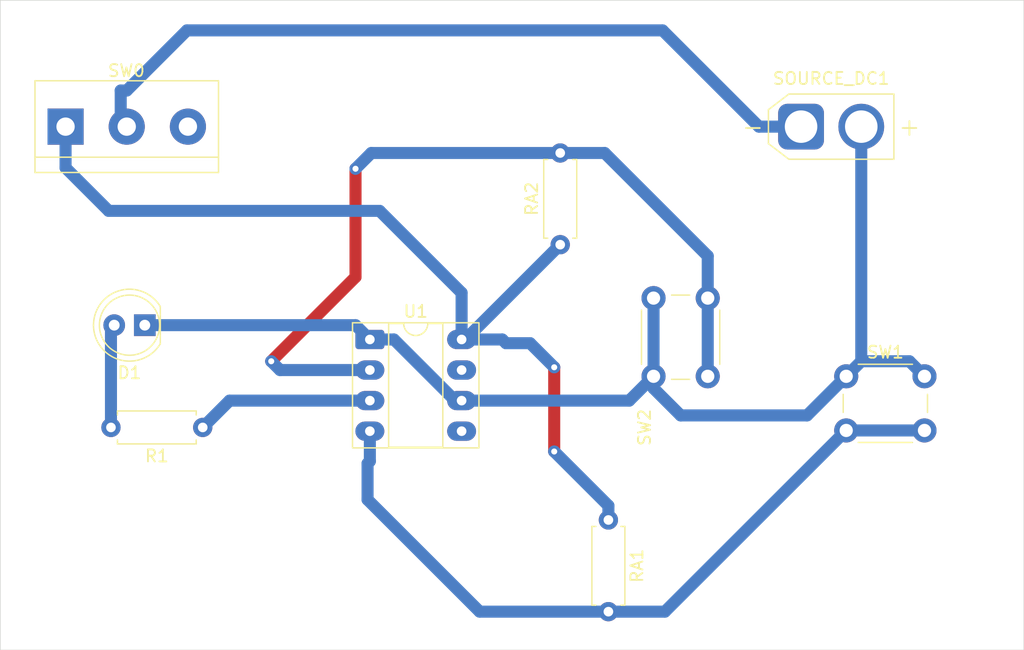
<source format=kicad_pcb>
(kicad_pcb (version 20241229) (generator "pcbnew") (generator_version "9.0")
  (layers (0 "F.Cu" signal) (2 "B.Cu" signal) (13 "F.Paste" user) (15 "B.Paste" user) (5 "F.SilkS" user "F.Silkscreen") (7 "B.SilkS" user "B.Silkscreen") (1 "F.Mask" user) (3 "B.Mask" user) (25 "Edge.Cuts" user))
  (net 0 "")
  (net 1 "Net-(D1-A)")
  (net 2 "THR")
  (net 3 "Net-(U1-Q)")
  (net 4 "Net-(SW0-C)")
  (net 5 "Net-(U1-R)")
  (net 6 "TRG")
  (net 7 "Net-(SW0-B)")
  (footprint "TerminalBlock:TerminalBlock_bornier-3_P5.08mm" (layer "F.Cu") (at 101.92 42)
    (property "Reference" "SW0" (at 5.05 -4.65 0) (layer "F.SilkS"))
    (property "Value" "SW_SWITCH")
    (fp_line (start -2.54 -3.81) (end 12.7 -3.81) (stroke (width 0.12)) (layer "F.SilkS"))
    (fp_line (start -2.54 2.54) (end 12.7 2.54) (stroke (width 0.12)) (layer "F.SilkS"))
    (fp_line (start -2.54 3.81) (end -2.54 -3.81) (stroke (width 0.12)) (layer "F.SilkS"))
    (fp_line (start -2.54 3.81) (end 12.7 3.81) (stroke (width 0.12)) (layer "F.SilkS"))
    (fp_line (start 12.7 3.81) (end 12.7 -3.81) (stroke (width 0.12)) (layer "F.SilkS"))
    (pad "1" thru_hole rect (at 0 0) (size 3 3) (drill 1.52) (layers "*.Cu" "*.Mask") (net 4 "Net-(SW0-C)"))
    (pad "2" thru_hole circle (at 5.08 0) (size 3 3) (drill 1.52) (layers "*.Cu" "*.Mask") (net 7 "Net-(SW0-B)"))
    (pad "3" thru_hole circle (at 10.16 0) (size 3 3) (drill 1.52) (layers "*.Cu" "*.Mask"))
  )
  (footprint "Button_Switch_THT:SW_PUSH_6mm_H5mm" (layer "F.Cu") (at 150.75 62.75 90)
    (property "Reference" "SW2" (at -4.25 -0.75 90) (layer "F.SilkS"))
    (property "Value" "SW_Push")
    (fp_line (start 5.5 -1) (end 1 -1) (stroke (width 0.12)) (layer "F.SilkS"))
    (fp_line (start -0.25 1.5) (end -0.25 3) (stroke (width 0.12)) (layer "F.SilkS"))
    (fp_line (start 6.75 3) (end 6.75 1.5) (stroke (width 0.12)) (layer "F.SilkS"))
    (fp_line (start 1 5.5) (end 5.5 5.5) (stroke (width 0.12)) (layer "F.SilkS"))
    (pad "1" thru_hole circle (at 0 0 180) (size 2 2) (drill 1.1) (layers "*.Cu" "*.Mask") (net 2 "THR"))
    (pad "1" thru_hole circle (at 6.5 0 180) (size 2 2) (drill 1.1) (layers "*.Cu" "*.Mask") (net 2 "THR"))
    (pad "2" thru_hole circle (at 0 4.5 180) (size 2 2) (drill 1.1) (layers "*.Cu" "*.Mask") (net 6 "TRG"))
    (pad "2" thru_hole circle (at 6.5 4.5 180) (size 2 2) (drill 1.1) (layers "*.Cu" "*.Mask") (net 6 "TRG"))
  )
  (footprint "Package_DIP:DIP-8_W7.62mm_Socket_LongPads" (layer "F.Cu") (at 127.19 59.69)
    (property "Reference" "U1" (at 3.81 -2.33 0) (layer "F.SilkS"))
    (property "Value" "LM555xM")
    (fp_line (start 1.56 -1.33) (end 1.56 8.95) (stroke (width 0.12)) (layer "F.SilkS"))
    (fp_line (start 1.56 8.95) (end 6.06 8.95) (stroke (width 0.12)) (layer "F.SilkS"))
    (fp_line (start 2.81 -1.33) (end 1.56 -1.33) (stroke (width 0.12)) (layer "F.SilkS"))
    (fp_line (start 6.06 -1.33) (end 4.81 -1.33) (stroke (width 0.12)) (layer "F.SilkS"))
    (fp_line (start 6.06 8.95) (end 6.06 -1.33) (stroke (width 0.12)) (layer "F.SilkS"))
    (fp_rect (start -1.44 -1.39) (end 9.06 9.01) (stroke (width 0.12)) (fill no) (layer "F.SilkS"))
    (fp_arc (start 4.81 -1.33) (mid 3.81 -0.33) (end 2.81 -1.33) (stroke (width 0.12)) (layer "F.SilkS"))
    (pad "1" thru_hole roundrect (at 0 0) (size 2.4 1.6) (drill 0.8) (layers "*.Cu" "*.Mask") (roundrect_rratio 0.15625) (net 2 "THR"))
    (pad "2" thru_hole oval (at 0 2.54) (size 2.4 1.6) (drill 0.8) (layers "*.Cu" "*.Mask") (net 6 "TRG"))
    (pad "3" thru_hole oval (at 0 5.08) (size 2.4 1.6) (drill 0.8) (layers "*.Cu" "*.Mask") (net 3 "Net-(U1-Q)"))
    (pad "4" thru_hole oval (at 0 7.62) (size 2.4 1.6) (drill 0.8) (layers "*.Cu" "*.Mask") (net 5 "Net-(U1-R)"))
    (pad "5" thru_hole oval (at 7.62 7.62) (size 2.4 1.6) (drill 0.8) (layers "*.Cu" "*.Mask"))
    (pad "6" thru_hole oval (at 7.62 5.08) (size 2.4 1.6) (drill 0.8) (layers "*.Cu" "*.Mask") (net 2 "THR"))
    (pad "7" thru_hole oval (at 7.62 2.54) (size 2.4 1.6) (drill 0.8) (layers "*.Cu" "*.Mask"))
    (pad "8" thru_hole oval (at 7.62 0) (size 2.4 1.6) (drill 0.8) (layers "*.Cu" "*.Mask") (net 4 "Net-(SW0-C)"))
  )
  (footprint "Button_Switch_THT:SW_PUSH_6mm_H5mm" (layer "F.Cu") (at 166.75 62.75)
    (property "Reference" "SW1" (at 3.25 -2 0) (layer "F.SilkS"))
    (property "Value" "SW_Push")
    (fp_line (start -0.25 1.5) (end -0.25 3) (stroke (width 0.12)) (layer "F.SilkS"))
    (fp_line (start 1 5.5) (end 5.5 5.5) (stroke (width 0.12)) (layer "F.SilkS"))
    (fp_line (start 5.5 -1) (end 1 -1) (stroke (width 0.12)) (layer "F.SilkS"))
    (fp_line (start 6.75 3) (end 6.75 1.5) (stroke (width 0.12)) (layer "F.SilkS"))
    (pad "1" thru_hole circle (at 0 0 90) (size 2 2) (drill 1.1) (layers "*.Cu" "*.Mask") (net 2 "THR"))
    (pad "1" thru_hole circle (at 6.5 0 90) (size 2 2) (drill 1.1) (layers "*.Cu" "*.Mask") (net 2 "THR"))
    (pad "2" thru_hole circle (at 0 4.5 90) (size 2 2) (drill 1.1) (layers "*.Cu" "*.Mask") (net 5 "Net-(U1-R)"))
    (pad "2" thru_hole circle (at 6.5 4.5 90) (size 2 2) (drill 1.1) (layers "*.Cu" "*.Mask") (net 5 "Net-(U1-R)"))
  )
  (footprint "Resistor_THT:R_Axial_DIN0207_L6.3mm_D2.5mm_P7.62mm_Horizontal" (layer "F.Cu") (at 143 51.81 90)
    (property "Reference" "RA2" (at 3.81 -2.37 90) (layer "F.SilkS"))
    (property "Value" "10k")
    (fp_line (start 7.08 -1.37) (end 7.08 -1.04) (stroke (width 0.12)) (layer "F.SilkS"))
    (fp_line (start 0.54 -1.37) (end 7.08 -1.37) (stroke (width 0.12)) (layer "F.SilkS"))
    (fp_line (start 0.54 -1.04) (end 0.54 -1.37) (stroke (width 0.12)) (layer "F.SilkS"))
    (fp_line (start 0.54 1.04) (end 0.54 1.37) (stroke (width 0.12)) (layer "F.SilkS"))
    (fp_line (start 7.08 1.37) (end 7.08 1.04) (stroke (width 0.12)) (layer "F.SilkS"))
    (fp_line (start 0.54 1.37) (end 7.08 1.37) (stroke (width 0.12)) (layer "F.SilkS"))
    (pad "1" thru_hole circle (at 0 0 90) (size 1.6 1.6) (drill 0.8) (layers "*.Cu" "*.Mask") (net 4 "Net-(SW0-C)"))
    (pad "2" thru_hole circle (at 7.62 0 90) (size 1.6 1.6) (drill 0.8) (layers "*.Cu" "*.Mask") (net 6 "TRG"))
  )
  (footprint "Connector_AMASS:AMASS_XT30U-M_1x02_P5.0mm_Vertical" (layer "F.Cu") (at 163 42)
    (property "Reference" "SOURCE_DC1" (at 2.5 -4 0) (layer "F.SilkS"))
    (property "Value" "5")
    (fp_line (start -2.71 -1.41) (end -2.71 1.41) (stroke (width 0.12)) (layer "F.SilkS"))
    (fp_line (start -2.71 -1.41) (end -1.01 -2.71) (stroke (width 0.12)) (layer "F.SilkS"))
    (fp_line (start -2.71 1.41) (end -1.01 2.71) (stroke (width 0.12)) (layer "F.SilkS"))
    (fp_line (start -1.01 -2.71) (end 7.71 -2.71) (stroke (width 0.12)) (layer "F.SilkS"))
    (fp_line (start -1.01 2.71) (end 7.71 2.71) (stroke (width 0.12)) (layer "F.SilkS"))
    (fp_line (start 7.71 -2.71) (end 7.71 2.71) (stroke (width 0.12)) (layer "F.SilkS"))
    (fp_text user "-" (at -4 0 0) (layer "F.SilkS") (effects (font (size 1.5 1.5))))
    (fp_text user "+" (at 9 0 0) (layer "F.SilkS") (effects (font (size 1.5 1.5))))
    (pad "1" thru_hole roundrect (at 0 0) (size 3.8 3.8) (drill 2.7) (layers "*.Cu" "*.Mask") (roundrect_rratio 0.2) (net 7 "Net-(SW0-B)"))
    (pad "2" thru_hole circle (at 5 0) (size 3.8 3.8) (drill 2.7) (layers "*.Cu" "*.Mask") (net 2 "THR"))
  )
  (footprint "LED_THT:LED_D5.0mm" (layer "F.Cu") (at 108.5 58.5 180)
    (property "Reference" "D1" (at 1.275 -3.96 0) (layer "F.SilkS"))
    (property "Value" "LED")
    (fp_line (start -1.29 -1.545) (end -1.29 1.545) (stroke (width 0.12)) (layer "F.SilkS"))
    (fp_arc (start 4.26 0) (mid 2.071779 2.880495) (end -1.29 1.54483) (stroke (width 0.12)) (layer "F.SilkS"))
    (fp_arc (start -1.29 -1.54483) (mid 2.071779 -2.880495) (end 4.26 0) (stroke (width 0.12)) (layer "F.SilkS"))
    (fp_circle (center 1.27 0) (end 3.77 0) (stroke (width 0.12)) (fill no) (layer "F.SilkS"))
    (pad "1" thru_hole rect (at 0 0 180) (size 1.8 1.8) (drill 0.9) (layers "*.Cu" "*.Mask") (net 2 "THR"))
    (pad "2" thru_hole circle (at 2.54 0 180) (size 1.8 1.8) (drill 0.9) (layers "*.Cu" "*.Mask") (net 1 "Net-(D1-A)"))
  )
  (footprint "Resistor_THT:R_Axial_DIN0207_L6.3mm_D2.5mm_P7.62mm_Horizontal" (layer "F.Cu") (at 113.31 67 180)
    (property "Reference" "R1" (at 3.81 -2.37 0) (layer "F.SilkS"))
    (property "Value" "220")
    (fp_line (start 7.08 1.37) (end 7.08 1.04) (stroke (width 0.12)) (layer "F.SilkS"))
    (fp_line (start 7.08 -1.37) (end 7.08 -1.04) (stroke (width 0.12)) (layer "F.SilkS"))
    (fp_line (start 0.54 1.37) (end 7.08 1.37) (stroke (width 0.12)) (layer "F.SilkS"))
    (fp_line (start 0.54 1.04) (end 0.54 1.37) (stroke (width 0.12)) (layer "F.SilkS"))
    (fp_line (start 0.54 -1.04) (end 0.54 -1.37) (stroke (width 0.12)) (layer "F.SilkS"))
    (fp_line (start 0.54 -1.37) (end 7.08 -1.37) (stroke (width 0.12)) (layer "F.SilkS"))
    (pad "1" thru_hole circle (at 0 0 180) (size 1.6 1.6) (drill 0.8) (layers "*.Cu" "*.Mask") (net 3 "Net-(U1-Q)"))
    (pad "2" thru_hole circle (at 7.62 0 180) (size 1.6 1.6) (drill 0.8) (layers "*.Cu" "*.Mask") (net 1 "Net-(D1-A)"))
  )
  (footprint "Resistor_THT:R_Axial_DIN0207_L6.3mm_D2.5mm_P7.62mm_Horizontal" (layer "F.Cu") (at 147 74.69 -90)
    (property "Reference" "RA1" (at 3.81 -2.37 90) (layer "F.SilkS"))
    (property "Value" "10k")
    (fp_line (start 0.54 1.37) (end 7.08 1.37) (stroke (width 0.12)) (layer "F.SilkS"))
    (fp_line (start 7.08 1.37) (end 7.08 1.04) (stroke (width 0.12)) (layer "F.SilkS"))
    (fp_line (start 0.54 1.04) (end 0.54 1.37) (stroke (width 0.12)) (layer "F.SilkS"))
    (fp_line (start 0.54 -1.04) (end 0.54 -1.37) (stroke (width 0.12)) (layer "F.SilkS"))
    (fp_line (start 0.54 -1.37) (end 7.08 -1.37) (stroke (width 0.12)) (layer "F.SilkS"))
    (fp_line (start 7.08 -1.37) (end 7.08 -1.04) (stroke (width 0.12)) (layer "F.SilkS"))
    (pad "1" thru_hole circle (at 0 0 270) (size 1.6 1.6) (drill 0.8) (layers "*.Cu" "*.Mask") (net 4 "Net-(SW0-C)"))
    (pad "2" thru_hole circle (at 7.62 0 270) (size 1.6 1.6) (drill 0.8) (layers "*.Cu" "*.Mask") (net 5 "Net-(U1-R)"))
  )
  (gr_rect (start 96.5 31.5) (end 181.5 85.5) (stroke (width 0.05)) (fill no) (layer "Edge.Cuts"))
  (segment (start 105.69 67) (end 105.69 58.77) (width 1) (layer "B.Cu") (net 1))
  (segment (start 105.69 58.77) (end 105.96 58.5) (width 1) (layer "B.Cu") (net 1))
  (segment (start 127.19 59.69) (end 129.19 59.69) (width 1) (layer "B.Cu") (net 2))
  (segment (start 168 61.5) (end 166.75 62.75) (width 1) (layer "B.Cu") (net 2))
  (segment (start 172 61.5) (end 168 61.5) (width 1) (layer "B.Cu") (net 2))
  (segment (start 108.5 58.5) (end 126 58.5) (width 1) (layer "B.Cu") (net 2))
  (segment (start 166.75 62.75) (end 163.5 66) (width 1) (layer "B.Cu") (net 2))
  (segment (start 148.73 64.77) (end 150.75 62.75) (width 1) (layer "B.Cu") (net 2))
  (segment (start 129.19 59.69) (end 134.27 64.77) (width 1) (layer "B.Cu") (net 2))
  (segment (start 134.81 64.77) (end 148.73 64.77) (width 1) (layer "B.Cu") (net 2))
  (segment (start 173.25 62.75) (end 172 61.5) (width 1) (layer "B.Cu") (net 2))
  (segment (start 153 66) (end 150.75 63.75) (width 1) (layer "B.Cu") (net 2))
  (segment (start 163.5 66) (end 153 66) (width 1) (layer "B.Cu") (net 2))
  (segment (start 134.27 64.77) (end 134.81 64.77) (width 1) (layer "B.Cu") (net 2))
  (segment (start 150.75 62.75) (end 150.75 56.25) (width 1) (layer "B.Cu") (net 2))
  (segment (start 150.75 63.75) (end 150.75 62.75) (width 1) (layer "B.Cu") (net 2))
  (segment (start 126 58.5) (end 127.19 59.69) (width 1) (layer "B.Cu") (net 2))
  (segment (start 168 42) (end 168 61.5) (width 1) (layer "B.Cu") (net 2))
  (segment (start 127.19 64.77) (end 115.54 64.77) (width 1) (layer "B.Cu") (net 3))
  (segment (start 115.54 64.77) (end 113.31 67) (width 1) (layer "B.Cu") (net 3))
  (segment (start 142.5 69) (end 142.5 62) (width 1) (layer "F.Cu") (net 4))
  (via (at 142.5 69) (size 1) (drill 0.5) (layers "F.Cu" "B.Cu") (net 4))
  (via (at 142.5 62) (size 1) (drill 0.5) (layers "F.Cu" "B.Cu") (net 4))
  (segment (start 138.19 59.69) (end 134.81 59.69) (width 1) (layer "B.Cu") (net 4))
  (segment (start 134.81 59.69) (end 134.81 55.81) (width 1) (layer "B.Cu") (net 4))
  (segment (start 140.5 60) (end 138.5 60) (width 1) (layer "B.Cu") (net 4))
  (segment (start 128 49) (end 105.5 49) (width 1) (layer "B.Cu") (net 4))
  (segment (start 147 73.5) (end 142.5 69) (width 1) (layer "B.Cu") (net 4))
  (segment (start 143 51.81) (end 135.12 59.69) (width 1) (layer "B.Cu") (net 4))
  (segment (start 138.5 60) (end 138.19 59.69) (width 1) (layer "B.Cu") (net 4))
  (segment (start 142.5 62) (end 140.5 60) (width 1) (layer "B.Cu") (net 4))
  (segment (start 147 74.69) (end 147 73.5) (width 1) (layer "B.Cu") (net 4))
  (segment (start 101.92 45.42) (end 101.92 42) (width 1) (layer "B.Cu") (net 4))
  (segment (start 105.5 49) (end 101.92 45.42) (width 1) (layer "B.Cu") (net 4))
  (segment (start 134.81 55.81) (end 128 49) (width 1) (layer "B.Cu") (net 4))
  (segment (start 135.12 59.69) (end 134.81 59.69) (width 1) (layer "B.Cu") (net 4))
  (segment (start 136.31 82.31) (end 127 73) (width 1) (layer "B.Cu") (net 5))
  (segment (start 151.69 82.31) (end 166.75 67.25) (width 1) (layer "B.Cu") (net 5))
  (segment (start 127 73) (end 127 70) (width 1) (layer "B.Cu") (net 5))
  (segment (start 147 82.31) (end 136.31 82.31) (width 1) (layer "B.Cu") (net 5))
  (segment (start 127 70) (end 127.19 69.81) (width 1) (layer "B.Cu") (net 5))
  (segment (start 147 82.31) (end 151.69 82.31) (width 1) (layer "B.Cu") (net 5))
  (segment (start 127.19 69.81) (end 127.19 67.31) (width 1) (layer "B.Cu") (net 5))
  (segment (start 173.25 67.25) (end 166.75 67.25) (width 1) (layer "B.Cu") (net 5))
  (segment (start 119 61.5) (end 126 54.5) (width 1) (layer "F.Cu") (net 6))
  (segment (start 126 54.5) (end 126 45.5) (width 1) (layer "F.Cu") (net 6))
  (via (at 119 61.5) (size 1) (drill 0.5) (layers "F.Cu" "B.Cu") (net 6))
  (via (at 126 45.5) (size 1) (drill 0.5) (layers "F.Cu" "B.Cu") (net 6))
  (segment (start 155.25 52.75) (end 146.69 44.19) (width 1) (layer "B.Cu") (net 6))
  (segment (start 155.25 62.75) (end 155.25 56.25) (width 1) (layer "B.Cu") (net 6))
  (segment (start 119.73 62.23) (end 119 61.5) (width 1) (layer "B.Cu") (net 6))
  (segment (start 155.25 56.25) (end 155.25 52.75) (width 1) (layer "B.Cu") (net 6))
  (segment (start 127.31 44.19) (end 126 45.5) (width 1) (layer "B.Cu") (net 6))
  (segment (start 143 44.19) (end 127.31 44.19) (width 1) (layer "B.Cu") (net 6))
  (segment (start 146.69 44.19) (end 143 44.19) (width 1) (layer "B.Cu") (net 6))
  (segment (start 127.19 62.23) (end 119.73 62.23) (width 1) (layer "B.Cu") (net 6))
  (segment (start 112 34) (end 107 39) (width 1) (layer "B.Cu") (net 7))
  (segment (start 163 42) (end 159.5 42) (width 1) (layer "B.Cu") (net 7))
  (segment (start 106.5 41.5) (end 107 42) (width 1) (layer "B.Cu") (net 7))
  (segment (start 106.5 39) (end 106.5 41.5) (width 1) (layer "B.Cu") (net 7))
  (segment (start 159.5 42) (end 151.5 34) (width 1) (layer "B.Cu") (net 7))
  (segment (start 151.5 34) (end 112 34) (width 1) (layer "B.Cu") (net 7))
  (segment (start 107 39) (end 106.5 39) (width 1) (layer "B.Cu") (net 7))
)
</source>
